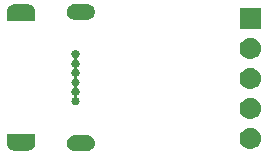
<source format=gbr>
G04 #@! TF.GenerationSoftware,KiCad,Pcbnew,5.0.1*
G04 #@! TF.CreationDate,2019-03-26T00:16:52+01:00*
G04 #@! TF.ProjectId,darling,6461726C696E672E6B696361645F7063,rev?*
G04 #@! TF.SameCoordinates,Original*
G04 #@! TF.FileFunction,Soldermask,Bot*
G04 #@! TF.FilePolarity,Negative*
%FSLAX46Y46*%
G04 Gerber Fmt 4.6, Leading zero omitted, Abs format (unit mm)*
G04 Created by KiCad (PCBNEW 5.0.1) date Tue 26 Mar 2019 12:16:52 AM CET*
%MOMM*%
%LPD*%
G01*
G04 APERTURE LIST*
%ADD10C,0.100000*%
G04 APERTURE END LIST*
D10*
G36*
X120759803Y-128250723D02*
X120763287Y-128251780D01*
X120769227Y-128253582D01*
X120777913Y-128258225D01*
X120779651Y-128259651D01*
X120785527Y-128264473D01*
X120790349Y-128270349D01*
X120791775Y-128272087D01*
X120796418Y-128280773D01*
X120798220Y-128286713D01*
X120799277Y-128290197D01*
X120800847Y-128306141D01*
X120800847Y-129043856D01*
X120800798Y-129044354D01*
X120800358Y-129053988D01*
X120800325Y-129053987D01*
X120799734Y-129068089D01*
X120792110Y-129151851D01*
X120790356Y-129163440D01*
X120788528Y-129172346D01*
X120788189Y-129174058D01*
X120786449Y-129183181D01*
X120783840Y-129193966D01*
X120760106Y-129274605D01*
X120756129Y-129285652D01*
X120752603Y-129294041D01*
X120751939Y-129295653D01*
X120748452Y-129304283D01*
X120743809Y-129314332D01*
X120704864Y-129388826D01*
X120698812Y-129398900D01*
X120693765Y-129406381D01*
X120692794Y-129407841D01*
X120687660Y-129415687D01*
X120681158Y-129424636D01*
X120628478Y-129490157D01*
X120620603Y-129498841D01*
X120614138Y-129505261D01*
X120612909Y-129506499D01*
X120606404Y-129513142D01*
X120598267Y-129520676D01*
X120533847Y-129574731D01*
X120524470Y-129581692D01*
X120516884Y-129586732D01*
X120515430Y-129587713D01*
X120507746Y-129592975D01*
X120498314Y-129598777D01*
X120424623Y-129639290D01*
X120414059Y-129644304D01*
X120405680Y-129647758D01*
X120404073Y-129648433D01*
X120395458Y-129652125D01*
X120385087Y-129655982D01*
X120304974Y-129681395D01*
X120293566Y-129684281D01*
X120284634Y-129686050D01*
X120282925Y-129686401D01*
X120273854Y-129688329D01*
X120262908Y-129690102D01*
X120179378Y-129699472D01*
X120169084Y-129700012D01*
X120168653Y-129700035D01*
X120154632Y-129700819D01*
X120151535Y-129700841D01*
X120150953Y-129700843D01*
X120150082Y-129700843D01*
X120149917Y-129700847D01*
X119050700Y-129700847D01*
X119040439Y-129700237D01*
X119039130Y-129700166D01*
X119027347Y-129699589D01*
X118943700Y-129691388D01*
X118932104Y-129689551D01*
X118923225Y-129687664D01*
X118921520Y-129687314D01*
X118912359Y-129685500D01*
X118901624Y-129682824D01*
X118821344Y-129658586D01*
X118821099Y-129658508D01*
X118810127Y-129654472D01*
X118801714Y-129650866D01*
X118800105Y-129650190D01*
X118791542Y-129646661D01*
X118781518Y-129641944D01*
X118707315Y-129602490D01*
X118697288Y-129596369D01*
X118689818Y-129591254D01*
X118688367Y-129590276D01*
X118680586Y-129585106D01*
X118671664Y-129578529D01*
X118606495Y-129525377D01*
X118597891Y-129517463D01*
X118591516Y-129510954D01*
X118590298Y-129509727D01*
X118583672Y-129503146D01*
X118576209Y-129494973D01*
X118522618Y-129430195D01*
X118515691Y-129420727D01*
X118510724Y-129413138D01*
X118509759Y-129411685D01*
X118504542Y-129403950D01*
X118498799Y-129394467D01*
X118458803Y-129320496D01*
X118453867Y-129309904D01*
X118450461Y-129301474D01*
X118449798Y-129299866D01*
X118446182Y-129291263D01*
X118442397Y-129280864D01*
X118417465Y-129200322D01*
X118417289Y-129199545D01*
X118414735Y-129189150D01*
X118413027Y-129180201D01*
X118412691Y-129178505D01*
X118410818Y-129169379D01*
X118409125Y-129158440D01*
X118400337Y-129074828D01*
X118399806Y-129063115D01*
X118399842Y-129057893D01*
X118399243Y-129044771D01*
X118399153Y-129043857D01*
X118399153Y-128306141D01*
X118400723Y-128290197D01*
X118401780Y-128286713D01*
X118403582Y-128280773D01*
X118408225Y-128272087D01*
X118409651Y-128270349D01*
X118414473Y-128264473D01*
X118420349Y-128259651D01*
X118422087Y-128258225D01*
X118430773Y-128253582D01*
X118436713Y-128251780D01*
X118440197Y-128250723D01*
X118456141Y-128249153D01*
X120743859Y-128249153D01*
X120759803Y-128250723D01*
X120759803Y-128250723D01*
G37*
G36*
X125315486Y-128408229D02*
X125327423Y-128409405D01*
X125388685Y-128427989D01*
X125449948Y-128446573D01*
X125562868Y-128506930D01*
X125661843Y-128588157D01*
X125743070Y-128687132D01*
X125803427Y-128800052D01*
X125840595Y-128922578D01*
X125853145Y-129050000D01*
X125843052Y-129152471D01*
X125840595Y-129177423D01*
X125822011Y-129238685D01*
X125803427Y-129299948D01*
X125743070Y-129412868D01*
X125661843Y-129511843D01*
X125562868Y-129593070D01*
X125449948Y-129653427D01*
X125388685Y-129672011D01*
X125327423Y-129690595D01*
X125319371Y-129691388D01*
X125231932Y-129700000D01*
X124068068Y-129700000D01*
X123980629Y-129691388D01*
X123972577Y-129690595D01*
X123911315Y-129672011D01*
X123850052Y-129653427D01*
X123737132Y-129593070D01*
X123638157Y-129511843D01*
X123556930Y-129412868D01*
X123496573Y-129299948D01*
X123477989Y-129238685D01*
X123459405Y-129177423D01*
X123456948Y-129152471D01*
X123446855Y-129050000D01*
X123459405Y-128922578D01*
X123496573Y-128800052D01*
X123556930Y-128687132D01*
X123638157Y-128588157D01*
X123737132Y-128506930D01*
X123850052Y-128446573D01*
X123911315Y-128427989D01*
X123972577Y-128409405D01*
X123984514Y-128408229D01*
X124068068Y-128400000D01*
X125231932Y-128400000D01*
X125315486Y-128408229D01*
X125315486Y-128408229D01*
G37*
G36*
X139110443Y-127765519D02*
X139176627Y-127772037D01*
X139289853Y-127806384D01*
X139346467Y-127823557D01*
X139485087Y-127897652D01*
X139502991Y-127907222D01*
X139538729Y-127936552D01*
X139640186Y-128019814D01*
X139723448Y-128121271D01*
X139752778Y-128157009D01*
X139752779Y-128157011D01*
X139836443Y-128313533D01*
X139836443Y-128313534D01*
X139887963Y-128483373D01*
X139905359Y-128660000D01*
X139887963Y-128836627D01*
X139861890Y-128922577D01*
X139836443Y-129006467D01*
X139762348Y-129145087D01*
X139752778Y-129162991D01*
X139738654Y-129180201D01*
X139640186Y-129300186D01*
X139538729Y-129383448D01*
X139502991Y-129412778D01*
X139502317Y-129413138D01*
X139346467Y-129496443D01*
X139298630Y-129510954D01*
X139176627Y-129547963D01*
X139110443Y-129554481D01*
X139044260Y-129561000D01*
X138955740Y-129561000D01*
X138889557Y-129554481D01*
X138823373Y-129547963D01*
X138701370Y-129510954D01*
X138653533Y-129496443D01*
X138497683Y-129413138D01*
X138497009Y-129412778D01*
X138461271Y-129383448D01*
X138359814Y-129300186D01*
X138261346Y-129180201D01*
X138247222Y-129162991D01*
X138237652Y-129145087D01*
X138163557Y-129006467D01*
X138138110Y-128922577D01*
X138112037Y-128836627D01*
X138094641Y-128660000D01*
X138112037Y-128483373D01*
X138163557Y-128313534D01*
X138163557Y-128313533D01*
X138247221Y-128157011D01*
X138247222Y-128157009D01*
X138276552Y-128121271D01*
X138359814Y-128019814D01*
X138461271Y-127936552D01*
X138497009Y-127907222D01*
X138514913Y-127897652D01*
X138653533Y-127823557D01*
X138710147Y-127806384D01*
X138823373Y-127772037D01*
X138889557Y-127765519D01*
X138955740Y-127759000D01*
X139044260Y-127759000D01*
X139110443Y-127765519D01*
X139110443Y-127765519D01*
G37*
G36*
X139110442Y-125225518D02*
X139176627Y-125232037D01*
X139289853Y-125266384D01*
X139346467Y-125283557D01*
X139441234Y-125334212D01*
X139502991Y-125367222D01*
X139538729Y-125396552D01*
X139640186Y-125479814D01*
X139723448Y-125581271D01*
X139752778Y-125617009D01*
X139752779Y-125617011D01*
X139836443Y-125773533D01*
X139836443Y-125773534D01*
X139887963Y-125943373D01*
X139905359Y-126120000D01*
X139887963Y-126296627D01*
X139853616Y-126409853D01*
X139836443Y-126466467D01*
X139762348Y-126605087D01*
X139752778Y-126622991D01*
X139723448Y-126658729D01*
X139640186Y-126760186D01*
X139538729Y-126843448D01*
X139502991Y-126872778D01*
X139502989Y-126872779D01*
X139346467Y-126956443D01*
X139289853Y-126973616D01*
X139176627Y-127007963D01*
X139110442Y-127014482D01*
X139044260Y-127021000D01*
X138955740Y-127021000D01*
X138889558Y-127014482D01*
X138823373Y-127007963D01*
X138710147Y-126973616D01*
X138653533Y-126956443D01*
X138497011Y-126872779D01*
X138497009Y-126872778D01*
X138461271Y-126843448D01*
X138359814Y-126760186D01*
X138276552Y-126658729D01*
X138247222Y-126622991D01*
X138237652Y-126605087D01*
X138163557Y-126466467D01*
X138146384Y-126409853D01*
X138112037Y-126296627D01*
X138094641Y-126120000D01*
X138112037Y-125943373D01*
X138163557Y-125773534D01*
X138163557Y-125773533D01*
X138247221Y-125617011D01*
X138247222Y-125617009D01*
X138276552Y-125581271D01*
X138359814Y-125479814D01*
X138461271Y-125396552D01*
X138497009Y-125367222D01*
X138558766Y-125334212D01*
X138653533Y-125283557D01*
X138710147Y-125266384D01*
X138823373Y-125232037D01*
X138889558Y-125225518D01*
X138955740Y-125219000D01*
X139044260Y-125219000D01*
X139110442Y-125225518D01*
X139110442Y-125225518D01*
G37*
G36*
X124251377Y-121153363D02*
X124302091Y-121163450D01*
X124365787Y-121189834D01*
X124423112Y-121228137D01*
X124471863Y-121276888D01*
X124510166Y-121334213D01*
X124536550Y-121397909D01*
X124546637Y-121448623D01*
X124550000Y-121465527D01*
X124550000Y-121534473D01*
X124546637Y-121551377D01*
X124536550Y-121602091D01*
X124510166Y-121665787D01*
X124471863Y-121723112D01*
X124423112Y-121771863D01*
X124386882Y-121796071D01*
X124367946Y-121811611D01*
X124352401Y-121830553D01*
X124340849Y-121852164D01*
X124333736Y-121875613D01*
X124331334Y-121900000D01*
X124333736Y-121924386D01*
X124340849Y-121947835D01*
X124352400Y-121969446D01*
X124367945Y-121988388D01*
X124386882Y-122003929D01*
X124423112Y-122028137D01*
X124471863Y-122076888D01*
X124510166Y-122134213D01*
X124536550Y-122197909D01*
X124550000Y-122265528D01*
X124550000Y-122334472D01*
X124536550Y-122402091D01*
X124510166Y-122465787D01*
X124471863Y-122523112D01*
X124423112Y-122571863D01*
X124386882Y-122596071D01*
X124367946Y-122611611D01*
X124352401Y-122630553D01*
X124340849Y-122652164D01*
X124333736Y-122675613D01*
X124331334Y-122700000D01*
X124333736Y-122724386D01*
X124340849Y-122747835D01*
X124352400Y-122769446D01*
X124367945Y-122788388D01*
X124386882Y-122803929D01*
X124423112Y-122828137D01*
X124471863Y-122876888D01*
X124510166Y-122934213D01*
X124536550Y-122997909D01*
X124550000Y-123065528D01*
X124550000Y-123134472D01*
X124536550Y-123202091D01*
X124510166Y-123265787D01*
X124471863Y-123323112D01*
X124423112Y-123371863D01*
X124386882Y-123396071D01*
X124367946Y-123411611D01*
X124352401Y-123430553D01*
X124340849Y-123452164D01*
X124333736Y-123475613D01*
X124331334Y-123500000D01*
X124333736Y-123524386D01*
X124340849Y-123547835D01*
X124352400Y-123569446D01*
X124367945Y-123588388D01*
X124386882Y-123603929D01*
X124423112Y-123628137D01*
X124471863Y-123676888D01*
X124510166Y-123734213D01*
X124536550Y-123797909D01*
X124550000Y-123865528D01*
X124550000Y-123934472D01*
X124536550Y-124002091D01*
X124510166Y-124065787D01*
X124471863Y-124123112D01*
X124423112Y-124171863D01*
X124386882Y-124196071D01*
X124367946Y-124211611D01*
X124352401Y-124230553D01*
X124340849Y-124252164D01*
X124333736Y-124275613D01*
X124331334Y-124300000D01*
X124333736Y-124324386D01*
X124340849Y-124347835D01*
X124352400Y-124369446D01*
X124367945Y-124388388D01*
X124386882Y-124403929D01*
X124423112Y-124428137D01*
X124471863Y-124476888D01*
X124510166Y-124534213D01*
X124536550Y-124597909D01*
X124550000Y-124665528D01*
X124550000Y-124734472D01*
X124536550Y-124802091D01*
X124510166Y-124865787D01*
X124471863Y-124923112D01*
X124423112Y-124971863D01*
X124386882Y-124996071D01*
X124367946Y-125011611D01*
X124352401Y-125030553D01*
X124340849Y-125052164D01*
X124333736Y-125075613D01*
X124331334Y-125100000D01*
X124333736Y-125124386D01*
X124340849Y-125147835D01*
X124352400Y-125169446D01*
X124367945Y-125188388D01*
X124386882Y-125203929D01*
X124423112Y-125228137D01*
X124471863Y-125276888D01*
X124510166Y-125334213D01*
X124536550Y-125397909D01*
X124550000Y-125465528D01*
X124550000Y-125534472D01*
X124536550Y-125602091D01*
X124510166Y-125665787D01*
X124471863Y-125723112D01*
X124423112Y-125771863D01*
X124365787Y-125810166D01*
X124302091Y-125836550D01*
X124251377Y-125846638D01*
X124234473Y-125850000D01*
X124165527Y-125850000D01*
X124148623Y-125846638D01*
X124097909Y-125836550D01*
X124034213Y-125810166D01*
X123976888Y-125771863D01*
X123928137Y-125723112D01*
X123889834Y-125665787D01*
X123863450Y-125602091D01*
X123850000Y-125534472D01*
X123850000Y-125465528D01*
X123863450Y-125397909D01*
X123889834Y-125334213D01*
X123928137Y-125276888D01*
X123976888Y-125228137D01*
X124013118Y-125203929D01*
X124032054Y-125188389D01*
X124047599Y-125169447D01*
X124059151Y-125147836D01*
X124066264Y-125124387D01*
X124068666Y-125100000D01*
X124066264Y-125075614D01*
X124059151Y-125052165D01*
X124047600Y-125030554D01*
X124032055Y-125011612D01*
X124013118Y-124996071D01*
X123976888Y-124971863D01*
X123928137Y-124923112D01*
X123889834Y-124865787D01*
X123863450Y-124802091D01*
X123850000Y-124734472D01*
X123850000Y-124665528D01*
X123863450Y-124597909D01*
X123889834Y-124534213D01*
X123928137Y-124476888D01*
X123976888Y-124428137D01*
X124013118Y-124403929D01*
X124032054Y-124388389D01*
X124047599Y-124369447D01*
X124059151Y-124347836D01*
X124066264Y-124324387D01*
X124068666Y-124300000D01*
X124066264Y-124275614D01*
X124059151Y-124252165D01*
X124047600Y-124230554D01*
X124032055Y-124211612D01*
X124013118Y-124196071D01*
X123976888Y-124171863D01*
X123928137Y-124123112D01*
X123889834Y-124065787D01*
X123863450Y-124002091D01*
X123850000Y-123934472D01*
X123850000Y-123865528D01*
X123863450Y-123797909D01*
X123889834Y-123734213D01*
X123928137Y-123676888D01*
X123976888Y-123628137D01*
X124013118Y-123603929D01*
X124032054Y-123588389D01*
X124047599Y-123569447D01*
X124059151Y-123547836D01*
X124066264Y-123524387D01*
X124068666Y-123500000D01*
X124066264Y-123475614D01*
X124059151Y-123452165D01*
X124047600Y-123430554D01*
X124032055Y-123411612D01*
X124013118Y-123396071D01*
X123976888Y-123371863D01*
X123928137Y-123323112D01*
X123889834Y-123265787D01*
X123863450Y-123202091D01*
X123850000Y-123134472D01*
X123850000Y-123065528D01*
X123863450Y-122997909D01*
X123889834Y-122934213D01*
X123928137Y-122876888D01*
X123976888Y-122828137D01*
X124013118Y-122803929D01*
X124032054Y-122788389D01*
X124047599Y-122769447D01*
X124059151Y-122747836D01*
X124066264Y-122724387D01*
X124068666Y-122700000D01*
X124066264Y-122675614D01*
X124059151Y-122652165D01*
X124047600Y-122630554D01*
X124032055Y-122611612D01*
X124013118Y-122596071D01*
X123976888Y-122571863D01*
X123928137Y-122523112D01*
X123889834Y-122465787D01*
X123863450Y-122402091D01*
X123850000Y-122334472D01*
X123850000Y-122265528D01*
X123863450Y-122197909D01*
X123889834Y-122134213D01*
X123928137Y-122076888D01*
X123976888Y-122028137D01*
X124013118Y-122003929D01*
X124032054Y-121988389D01*
X124047599Y-121969447D01*
X124059151Y-121947836D01*
X124066264Y-121924387D01*
X124068666Y-121900000D01*
X124066264Y-121875614D01*
X124059151Y-121852165D01*
X124047600Y-121830554D01*
X124032055Y-121811612D01*
X124013118Y-121796071D01*
X123976888Y-121771863D01*
X123928137Y-121723112D01*
X123889834Y-121665787D01*
X123863450Y-121602091D01*
X123853363Y-121551377D01*
X123850000Y-121534473D01*
X123850000Y-121465527D01*
X123853363Y-121448623D01*
X123863450Y-121397909D01*
X123889834Y-121334213D01*
X123928137Y-121276888D01*
X123976888Y-121228137D01*
X124034213Y-121189834D01*
X124097909Y-121163450D01*
X124148623Y-121153363D01*
X124165527Y-121150000D01*
X124234473Y-121150000D01*
X124251377Y-121153363D01*
X124251377Y-121153363D01*
G37*
G36*
X139110442Y-122685518D02*
X139176627Y-122692037D01*
X139283271Y-122724387D01*
X139346467Y-122743557D01*
X139433044Y-122789834D01*
X139502991Y-122827222D01*
X139538729Y-122856552D01*
X139640186Y-122939814D01*
X139723448Y-123041271D01*
X139752778Y-123077009D01*
X139752779Y-123077011D01*
X139836443Y-123233533D01*
X139836443Y-123233534D01*
X139887963Y-123403373D01*
X139905359Y-123580000D01*
X139887963Y-123756627D01*
X139875440Y-123797909D01*
X139836443Y-123926467D01*
X139762348Y-124065087D01*
X139752778Y-124082991D01*
X139723448Y-124118729D01*
X139640186Y-124220186D01*
X139542931Y-124300000D01*
X139502991Y-124332778D01*
X139502989Y-124332779D01*
X139346467Y-124416443D01*
X139307916Y-124428137D01*
X139176627Y-124467963D01*
X139110443Y-124474481D01*
X139044260Y-124481000D01*
X138955740Y-124481000D01*
X138889557Y-124474481D01*
X138823373Y-124467963D01*
X138692084Y-124428137D01*
X138653533Y-124416443D01*
X138497011Y-124332779D01*
X138497009Y-124332778D01*
X138457069Y-124300000D01*
X138359814Y-124220186D01*
X138276552Y-124118729D01*
X138247222Y-124082991D01*
X138237652Y-124065087D01*
X138163557Y-123926467D01*
X138124560Y-123797909D01*
X138112037Y-123756627D01*
X138094641Y-123580000D01*
X138112037Y-123403373D01*
X138163557Y-123233534D01*
X138163557Y-123233533D01*
X138247221Y-123077011D01*
X138247222Y-123077009D01*
X138276552Y-123041271D01*
X138359814Y-122939814D01*
X138461271Y-122856552D01*
X138497009Y-122827222D01*
X138566956Y-122789834D01*
X138653533Y-122743557D01*
X138716729Y-122724387D01*
X138823373Y-122692037D01*
X138889558Y-122685518D01*
X138955740Y-122679000D01*
X139044260Y-122679000D01*
X139110442Y-122685518D01*
X139110442Y-122685518D01*
G37*
G36*
X139110442Y-120145518D02*
X139176627Y-120152037D01*
X139289853Y-120186384D01*
X139346467Y-120203557D01*
X139485087Y-120277652D01*
X139502991Y-120287222D01*
X139538729Y-120316552D01*
X139640186Y-120399814D01*
X139723448Y-120501271D01*
X139752778Y-120537009D01*
X139752779Y-120537011D01*
X139836443Y-120693533D01*
X139836443Y-120693534D01*
X139887963Y-120863373D01*
X139905359Y-121040000D01*
X139887963Y-121216627D01*
X139869684Y-121276885D01*
X139836443Y-121386467D01*
X139830327Y-121397909D01*
X139752778Y-121542991D01*
X139723448Y-121578729D01*
X139640186Y-121680186D01*
X139538729Y-121763448D01*
X139502991Y-121792778D01*
X139502989Y-121792779D01*
X139346467Y-121876443D01*
X139289853Y-121893616D01*
X139176627Y-121927963D01*
X139110443Y-121934481D01*
X139044260Y-121941000D01*
X138955740Y-121941000D01*
X138889557Y-121934481D01*
X138823373Y-121927963D01*
X138710147Y-121893616D01*
X138653533Y-121876443D01*
X138497011Y-121792779D01*
X138497009Y-121792778D01*
X138461271Y-121763448D01*
X138359814Y-121680186D01*
X138276552Y-121578729D01*
X138247222Y-121542991D01*
X138169673Y-121397909D01*
X138163557Y-121386467D01*
X138130316Y-121276885D01*
X138112037Y-121216627D01*
X138094641Y-121040000D01*
X138112037Y-120863373D01*
X138163557Y-120693534D01*
X138163557Y-120693533D01*
X138247221Y-120537011D01*
X138247222Y-120537009D01*
X138276552Y-120501271D01*
X138359814Y-120399814D01*
X138461271Y-120316552D01*
X138497009Y-120287222D01*
X138514913Y-120277652D01*
X138653533Y-120203557D01*
X138710147Y-120186384D01*
X138823373Y-120152037D01*
X138889558Y-120145518D01*
X138955740Y-120139000D01*
X139044260Y-120139000D01*
X139110442Y-120145518D01*
X139110442Y-120145518D01*
G37*
G36*
X139901000Y-119401000D02*
X138099000Y-119401000D01*
X138099000Y-117599000D01*
X139901000Y-117599000D01*
X139901000Y-119401000D01*
X139901000Y-119401000D01*
G37*
G36*
X120159561Y-117299763D02*
X120160870Y-117299834D01*
X120172653Y-117300411D01*
X120256289Y-117308611D01*
X120267905Y-117310451D01*
X120276805Y-117312342D01*
X120278512Y-117312692D01*
X120287636Y-117314499D01*
X120298372Y-117317176D01*
X120378839Y-117341470D01*
X120389881Y-117345532D01*
X120398232Y-117349111D01*
X120399836Y-117349785D01*
X120408448Y-117353335D01*
X120418487Y-117358059D01*
X120492684Y-117397510D01*
X120502717Y-117403634D01*
X120510227Y-117408776D01*
X120511672Y-117409750D01*
X120519409Y-117414891D01*
X120528338Y-117421474D01*
X120593504Y-117474623D01*
X120602107Y-117482535D01*
X120608467Y-117489028D01*
X120609682Y-117490251D01*
X120616332Y-117496856D01*
X120623783Y-117505015D01*
X120677382Y-117569805D01*
X120684309Y-117579273D01*
X120689276Y-117586862D01*
X120690241Y-117588315D01*
X120695457Y-117596048D01*
X120701195Y-117605523D01*
X120741181Y-117679477D01*
X120746135Y-117690101D01*
X120749561Y-117698581D01*
X120750226Y-117700194D01*
X120753822Y-117708748D01*
X120757605Y-117719142D01*
X120782483Y-117799504D01*
X120785262Y-117810832D01*
X120786973Y-117819799D01*
X120787309Y-117821495D01*
X120789182Y-117830621D01*
X120790875Y-117841560D01*
X120799663Y-117925172D01*
X120800194Y-117936885D01*
X120800158Y-117942107D01*
X120800757Y-117955229D01*
X120800847Y-117956143D01*
X120800847Y-118693859D01*
X120800242Y-118700000D01*
X120799277Y-118709802D01*
X120796418Y-118719227D01*
X120791775Y-118727913D01*
X120790349Y-118729651D01*
X120785527Y-118735527D01*
X120779651Y-118740349D01*
X120777913Y-118741775D01*
X120769227Y-118746418D01*
X120763287Y-118748220D01*
X120759803Y-118749277D01*
X120743859Y-118750847D01*
X118456141Y-118750847D01*
X118440197Y-118749277D01*
X118436713Y-118748220D01*
X118430773Y-118746418D01*
X118422087Y-118741775D01*
X118420349Y-118740349D01*
X118414473Y-118735527D01*
X118409651Y-118729651D01*
X118408225Y-118727913D01*
X118403582Y-118719227D01*
X118400723Y-118709802D01*
X118399758Y-118700000D01*
X118399153Y-118693859D01*
X118399153Y-117956141D01*
X118399202Y-117955643D01*
X118399642Y-117946011D01*
X118399675Y-117946012D01*
X118400266Y-117931910D01*
X118407890Y-117848146D01*
X118409641Y-117836578D01*
X118411471Y-117827663D01*
X118411811Y-117825946D01*
X118413555Y-117816803D01*
X118416161Y-117806027D01*
X118439890Y-117725402D01*
X118443867Y-117714354D01*
X118447418Y-117705907D01*
X118448081Y-117704298D01*
X118451550Y-117695712D01*
X118456189Y-117685673D01*
X118495137Y-117611173D01*
X118501189Y-117601100D01*
X118506244Y-117593606D01*
X118507212Y-117592149D01*
X118512325Y-117584335D01*
X118518837Y-117575372D01*
X118571543Y-117509817D01*
X118579398Y-117501157D01*
X118585845Y-117494754D01*
X118587067Y-117493524D01*
X118593602Y-117486851D01*
X118601721Y-117479334D01*
X118666135Y-117425286D01*
X118675536Y-117418304D01*
X118683116Y-117413268D01*
X118684570Y-117412287D01*
X118692252Y-117407026D01*
X118701691Y-117401219D01*
X118775372Y-117360713D01*
X118785940Y-117355697D01*
X118794311Y-117352246D01*
X118795915Y-117351572D01*
X118804548Y-117347872D01*
X118814902Y-117344022D01*
X118895033Y-117318604D01*
X118906427Y-117315721D01*
X118915336Y-117313957D01*
X118917055Y-117313604D01*
X118926160Y-117311668D01*
X118937080Y-117309899D01*
X119020618Y-117300529D01*
X119030934Y-117299988D01*
X119031378Y-117299964D01*
X119045375Y-117299181D01*
X119048467Y-117299159D01*
X119049048Y-117299157D01*
X119049918Y-117299157D01*
X119050083Y-117299153D01*
X120149300Y-117299153D01*
X120159561Y-117299763D01*
X120159561Y-117299763D01*
G37*
G36*
X125315486Y-117308229D02*
X125327423Y-117309405D01*
X125357747Y-117318604D01*
X125449948Y-117346573D01*
X125562868Y-117406930D01*
X125661843Y-117488157D01*
X125743070Y-117587132D01*
X125803427Y-117700052D01*
X125803427Y-117700053D01*
X125840267Y-117821495D01*
X125840595Y-117822578D01*
X125853145Y-117950000D01*
X125840595Y-118077422D01*
X125803427Y-118199948D01*
X125743070Y-118312868D01*
X125661843Y-118411843D01*
X125562868Y-118493070D01*
X125449948Y-118553427D01*
X125388685Y-118572011D01*
X125327423Y-118590595D01*
X125315486Y-118591771D01*
X125231932Y-118600000D01*
X124068068Y-118600000D01*
X123984514Y-118591771D01*
X123972577Y-118590595D01*
X123911315Y-118572011D01*
X123850052Y-118553427D01*
X123737132Y-118493070D01*
X123638157Y-118411843D01*
X123556930Y-118312868D01*
X123496573Y-118199948D01*
X123459405Y-118077422D01*
X123446855Y-117950000D01*
X123459405Y-117822578D01*
X123459734Y-117821495D01*
X123496573Y-117700053D01*
X123496573Y-117700052D01*
X123556930Y-117587132D01*
X123638157Y-117488157D01*
X123737132Y-117406930D01*
X123850052Y-117346573D01*
X123942253Y-117318604D01*
X123972577Y-117309405D01*
X123984514Y-117308229D01*
X124068068Y-117300000D01*
X125231932Y-117300000D01*
X125315486Y-117308229D01*
X125315486Y-117308229D01*
G37*
M02*

</source>
